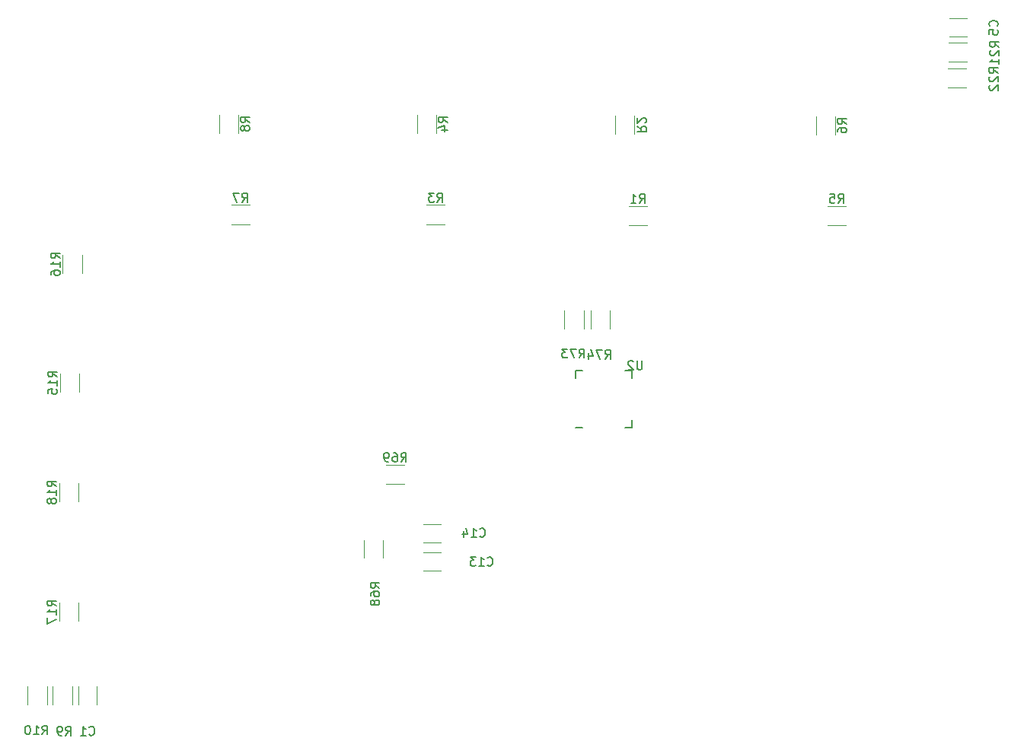
<source format=gbo>
G04 #@! TF.GenerationSoftware,KiCad,Pcbnew,(5.1.2)-2*
G04 #@! TF.CreationDate,2020-05-21T23:00:36-04:00*
G04 #@! TF.ProjectId,MidiControllerPCB,4d696469-436f-46e7-9472-6f6c6c657250,rev?*
G04 #@! TF.SameCoordinates,Original*
G04 #@! TF.FileFunction,Legend,Bot*
G04 #@! TF.FilePolarity,Positive*
%FSLAX46Y46*%
G04 Gerber Fmt 4.6, Leading zero omitted, Abs format (unit mm)*
G04 Created by KiCad (PCBNEW (5.1.2)-2) date 2020-05-21 23:00:36*
%MOMM*%
%LPD*%
G04 APERTURE LIST*
%ADD10C,0.150000*%
%ADD11C,0.120000*%
G04 APERTURE END LIST*
D10*
X167318750Y-102281250D02*
X167318750Y-101491250D01*
X161018750Y-95981250D02*
X161018750Y-96771250D01*
X167318750Y-95981250D02*
X167318750Y-96771250D01*
X161018750Y-102281250D02*
X161808750Y-102281250D01*
X161018750Y-95981250D02*
X161808750Y-95981250D01*
X167318750Y-95981250D02*
X166528750Y-95981250D01*
X167318750Y-102281250D02*
X166528750Y-102281250D01*
D11*
X164870000Y-91300000D02*
X164870000Y-89300000D01*
X162730000Y-89300000D02*
X162730000Y-91300000D01*
X161970000Y-91300000D02*
X161970000Y-89300000D01*
X159830000Y-89300000D02*
X159830000Y-91300000D01*
X140000000Y-108570000D02*
X142000000Y-108570000D01*
X142000000Y-106430000D02*
X140000000Y-106430000D01*
X137530000Y-114800000D02*
X137530000Y-116800000D01*
X139670000Y-116800000D02*
X139670000Y-114800000D01*
X202500000Y-64470000D02*
X204500000Y-64470000D01*
X204500000Y-62330000D02*
X202500000Y-62330000D01*
X204560000Y-59435000D02*
X202560000Y-59435000D01*
X202560000Y-61575000D02*
X204560000Y-61575000D01*
X105770000Y-110500000D02*
X105770000Y-108500000D01*
X103630000Y-108500000D02*
X103630000Y-110500000D01*
X105770000Y-123800000D02*
X105770000Y-121800000D01*
X103630000Y-121800000D02*
X103630000Y-123800000D01*
X106170000Y-85100000D02*
X106170000Y-83100000D01*
X104030000Y-83100000D02*
X104030000Y-85100000D01*
X105870000Y-98300000D02*
X105870000Y-96300000D01*
X103730000Y-96300000D02*
X103730000Y-98300000D01*
X100130000Y-131100000D02*
X100130000Y-133100000D01*
X102270000Y-133100000D02*
X102270000Y-131100000D01*
X105070000Y-133100000D02*
X105070000Y-131100000D01*
X102930000Y-131100000D02*
X102930000Y-133100000D01*
X123570000Y-69500000D02*
X123570000Y-67500000D01*
X121430000Y-67500000D02*
X121430000Y-69500000D01*
X122800000Y-79670000D02*
X124800000Y-79670000D01*
X124800000Y-77530000D02*
X122800000Y-77530000D01*
X187830000Y-67700000D02*
X187830000Y-69700000D01*
X189970000Y-69700000D02*
X189970000Y-67700000D01*
X189100000Y-79770000D02*
X191100000Y-79770000D01*
X191100000Y-77630000D02*
X189100000Y-77630000D01*
X143430000Y-67500000D02*
X143430000Y-69500000D01*
X145570000Y-69500000D02*
X145570000Y-67500000D01*
X144500000Y-79670000D02*
X146500000Y-79670000D01*
X146500000Y-77530000D02*
X144500000Y-77530000D01*
X165430000Y-67600000D02*
X165430000Y-69600000D01*
X167570000Y-69600000D02*
X167570000Y-67600000D01*
X167000000Y-79770000D02*
X169000000Y-79770000D01*
X169000000Y-77630000D02*
X167000000Y-77630000D01*
X144100000Y-113080000D02*
X146100000Y-113080000D01*
X146100000Y-115120000D02*
X144100000Y-115120000D01*
X144100000Y-116180000D02*
X146100000Y-116180000D01*
X146100000Y-118220000D02*
X144100000Y-118220000D01*
X204600000Y-58820000D02*
X202600000Y-58820000D01*
X202600000Y-56780000D02*
X204600000Y-56780000D01*
X105780000Y-133100000D02*
X105780000Y-131100000D01*
X107820000Y-131100000D02*
X107820000Y-133100000D01*
D10*
X168461904Y-94852380D02*
X168461904Y-95661904D01*
X168414285Y-95757142D01*
X168366666Y-95804761D01*
X168271428Y-95852380D01*
X168080952Y-95852380D01*
X167985714Y-95804761D01*
X167938095Y-95757142D01*
X167890476Y-95661904D01*
X167890476Y-94852380D01*
X167461904Y-94947619D02*
X167414285Y-94900000D01*
X167319047Y-94852380D01*
X167080952Y-94852380D01*
X166985714Y-94900000D01*
X166938095Y-94947619D01*
X166890476Y-95042857D01*
X166890476Y-95138095D01*
X166938095Y-95280952D01*
X167509523Y-95852380D01*
X166890476Y-95852380D01*
X164342857Y-94652380D02*
X164676190Y-94176190D01*
X164914285Y-94652380D02*
X164914285Y-93652380D01*
X164533333Y-93652380D01*
X164438095Y-93700000D01*
X164390476Y-93747619D01*
X164342857Y-93842857D01*
X164342857Y-93985714D01*
X164390476Y-94080952D01*
X164438095Y-94128571D01*
X164533333Y-94176190D01*
X164914285Y-94176190D01*
X164009523Y-93652380D02*
X163342857Y-93652380D01*
X163771428Y-94652380D01*
X162533333Y-93985714D02*
X162533333Y-94652380D01*
X162771428Y-93604761D02*
X163009523Y-94319047D01*
X162390476Y-94319047D01*
X161442857Y-94552380D02*
X161776190Y-94076190D01*
X162014285Y-94552380D02*
X162014285Y-93552380D01*
X161633333Y-93552380D01*
X161538095Y-93600000D01*
X161490476Y-93647619D01*
X161442857Y-93742857D01*
X161442857Y-93885714D01*
X161490476Y-93980952D01*
X161538095Y-94028571D01*
X161633333Y-94076190D01*
X162014285Y-94076190D01*
X161109523Y-93552380D02*
X160442857Y-93552380D01*
X160871428Y-94552380D01*
X160157142Y-93552380D02*
X159538095Y-93552380D01*
X159871428Y-93933333D01*
X159728571Y-93933333D01*
X159633333Y-93980952D01*
X159585714Y-94028571D01*
X159538095Y-94123809D01*
X159538095Y-94361904D01*
X159585714Y-94457142D01*
X159633333Y-94504761D01*
X159728571Y-94552380D01*
X160014285Y-94552380D01*
X160109523Y-94504761D01*
X160157142Y-94457142D01*
X141642857Y-106102380D02*
X141976190Y-105626190D01*
X142214285Y-106102380D02*
X142214285Y-105102380D01*
X141833333Y-105102380D01*
X141738095Y-105150000D01*
X141690476Y-105197619D01*
X141642857Y-105292857D01*
X141642857Y-105435714D01*
X141690476Y-105530952D01*
X141738095Y-105578571D01*
X141833333Y-105626190D01*
X142214285Y-105626190D01*
X140785714Y-105102380D02*
X140976190Y-105102380D01*
X141071428Y-105150000D01*
X141119047Y-105197619D01*
X141214285Y-105340476D01*
X141261904Y-105530952D01*
X141261904Y-105911904D01*
X141214285Y-106007142D01*
X141166666Y-106054761D01*
X141071428Y-106102380D01*
X140880952Y-106102380D01*
X140785714Y-106054761D01*
X140738095Y-106007142D01*
X140690476Y-105911904D01*
X140690476Y-105673809D01*
X140738095Y-105578571D01*
X140785714Y-105530952D01*
X140880952Y-105483333D01*
X141071428Y-105483333D01*
X141166666Y-105530952D01*
X141214285Y-105578571D01*
X141261904Y-105673809D01*
X140214285Y-106102380D02*
X140023809Y-106102380D01*
X139928571Y-106054761D01*
X139880952Y-106007142D01*
X139785714Y-105864285D01*
X139738095Y-105673809D01*
X139738095Y-105292857D01*
X139785714Y-105197619D01*
X139833333Y-105150000D01*
X139928571Y-105102380D01*
X140119047Y-105102380D01*
X140214285Y-105150000D01*
X140261904Y-105197619D01*
X140309523Y-105292857D01*
X140309523Y-105530952D01*
X140261904Y-105626190D01*
X140214285Y-105673809D01*
X140119047Y-105721428D01*
X139928571Y-105721428D01*
X139833333Y-105673809D01*
X139785714Y-105626190D01*
X139738095Y-105530952D01*
X139252380Y-120157142D02*
X138776190Y-119823809D01*
X139252380Y-119585714D02*
X138252380Y-119585714D01*
X138252380Y-119966666D01*
X138300000Y-120061904D01*
X138347619Y-120109523D01*
X138442857Y-120157142D01*
X138585714Y-120157142D01*
X138680952Y-120109523D01*
X138728571Y-120061904D01*
X138776190Y-119966666D01*
X138776190Y-119585714D01*
X138252380Y-121014285D02*
X138252380Y-120823809D01*
X138300000Y-120728571D01*
X138347619Y-120680952D01*
X138490476Y-120585714D01*
X138680952Y-120538095D01*
X139061904Y-120538095D01*
X139157142Y-120585714D01*
X139204761Y-120633333D01*
X139252380Y-120728571D01*
X139252380Y-120919047D01*
X139204761Y-121014285D01*
X139157142Y-121061904D01*
X139061904Y-121109523D01*
X138823809Y-121109523D01*
X138728571Y-121061904D01*
X138680952Y-121014285D01*
X138633333Y-120919047D01*
X138633333Y-120728571D01*
X138680952Y-120633333D01*
X138728571Y-120585714D01*
X138823809Y-120538095D01*
X138680952Y-121680952D02*
X138633333Y-121585714D01*
X138585714Y-121538095D01*
X138490476Y-121490476D01*
X138442857Y-121490476D01*
X138347619Y-121538095D01*
X138300000Y-121585714D01*
X138252380Y-121680952D01*
X138252380Y-121871428D01*
X138300000Y-121966666D01*
X138347619Y-122014285D01*
X138442857Y-122061904D01*
X138490476Y-122061904D01*
X138585714Y-122014285D01*
X138633333Y-121966666D01*
X138680952Y-121871428D01*
X138680952Y-121680952D01*
X138728571Y-121585714D01*
X138776190Y-121538095D01*
X138871428Y-121490476D01*
X139061904Y-121490476D01*
X139157142Y-121538095D01*
X139204761Y-121585714D01*
X139252380Y-121680952D01*
X139252380Y-121871428D01*
X139204761Y-121966666D01*
X139157142Y-122014285D01*
X139061904Y-122061904D01*
X138871428Y-122061904D01*
X138776190Y-122014285D01*
X138728571Y-121966666D01*
X138680952Y-121871428D01*
X208052380Y-62857142D02*
X207576190Y-62523809D01*
X208052380Y-62285714D02*
X207052380Y-62285714D01*
X207052380Y-62666666D01*
X207100000Y-62761904D01*
X207147619Y-62809523D01*
X207242857Y-62857142D01*
X207385714Y-62857142D01*
X207480952Y-62809523D01*
X207528571Y-62761904D01*
X207576190Y-62666666D01*
X207576190Y-62285714D01*
X207147619Y-63238095D02*
X207100000Y-63285714D01*
X207052380Y-63380952D01*
X207052380Y-63619047D01*
X207100000Y-63714285D01*
X207147619Y-63761904D01*
X207242857Y-63809523D01*
X207338095Y-63809523D01*
X207480952Y-63761904D01*
X208052380Y-63190476D01*
X208052380Y-63809523D01*
X207147619Y-64190476D02*
X207100000Y-64238095D01*
X207052380Y-64333333D01*
X207052380Y-64571428D01*
X207100000Y-64666666D01*
X207147619Y-64714285D01*
X207242857Y-64761904D01*
X207338095Y-64761904D01*
X207480952Y-64714285D01*
X208052380Y-64142857D01*
X208052380Y-64761904D01*
X208152380Y-59957142D02*
X207676190Y-59623809D01*
X208152380Y-59385714D02*
X207152380Y-59385714D01*
X207152380Y-59766666D01*
X207200000Y-59861904D01*
X207247619Y-59909523D01*
X207342857Y-59957142D01*
X207485714Y-59957142D01*
X207580952Y-59909523D01*
X207628571Y-59861904D01*
X207676190Y-59766666D01*
X207676190Y-59385714D01*
X207247619Y-60338095D02*
X207200000Y-60385714D01*
X207152380Y-60480952D01*
X207152380Y-60719047D01*
X207200000Y-60814285D01*
X207247619Y-60861904D01*
X207342857Y-60909523D01*
X207438095Y-60909523D01*
X207580952Y-60861904D01*
X208152380Y-60290476D01*
X208152380Y-60909523D01*
X208152380Y-61861904D02*
X208152380Y-61290476D01*
X208152380Y-61576190D02*
X207152380Y-61576190D01*
X207295238Y-61480952D01*
X207390476Y-61385714D01*
X207438095Y-61290476D01*
X103302380Y-108857142D02*
X102826190Y-108523809D01*
X103302380Y-108285714D02*
X102302380Y-108285714D01*
X102302380Y-108666666D01*
X102350000Y-108761904D01*
X102397619Y-108809523D01*
X102492857Y-108857142D01*
X102635714Y-108857142D01*
X102730952Y-108809523D01*
X102778571Y-108761904D01*
X102826190Y-108666666D01*
X102826190Y-108285714D01*
X103302380Y-109809523D02*
X103302380Y-109238095D01*
X103302380Y-109523809D02*
X102302380Y-109523809D01*
X102445238Y-109428571D01*
X102540476Y-109333333D01*
X102588095Y-109238095D01*
X102730952Y-110380952D02*
X102683333Y-110285714D01*
X102635714Y-110238095D01*
X102540476Y-110190476D01*
X102492857Y-110190476D01*
X102397619Y-110238095D01*
X102350000Y-110285714D01*
X102302380Y-110380952D01*
X102302380Y-110571428D01*
X102350000Y-110666666D01*
X102397619Y-110714285D01*
X102492857Y-110761904D01*
X102540476Y-110761904D01*
X102635714Y-110714285D01*
X102683333Y-110666666D01*
X102730952Y-110571428D01*
X102730952Y-110380952D01*
X102778571Y-110285714D01*
X102826190Y-110238095D01*
X102921428Y-110190476D01*
X103111904Y-110190476D01*
X103207142Y-110238095D01*
X103254761Y-110285714D01*
X103302380Y-110380952D01*
X103302380Y-110571428D01*
X103254761Y-110666666D01*
X103207142Y-110714285D01*
X103111904Y-110761904D01*
X102921428Y-110761904D01*
X102826190Y-110714285D01*
X102778571Y-110666666D01*
X102730952Y-110571428D01*
X103302380Y-122157142D02*
X102826190Y-121823809D01*
X103302380Y-121585714D02*
X102302380Y-121585714D01*
X102302380Y-121966666D01*
X102350000Y-122061904D01*
X102397619Y-122109523D01*
X102492857Y-122157142D01*
X102635714Y-122157142D01*
X102730952Y-122109523D01*
X102778571Y-122061904D01*
X102826190Y-121966666D01*
X102826190Y-121585714D01*
X103302380Y-123109523D02*
X103302380Y-122538095D01*
X103302380Y-122823809D02*
X102302380Y-122823809D01*
X102445238Y-122728571D01*
X102540476Y-122633333D01*
X102588095Y-122538095D01*
X102302380Y-123442857D02*
X102302380Y-124109523D01*
X103302380Y-123680952D01*
X103702380Y-83457142D02*
X103226190Y-83123809D01*
X103702380Y-82885714D02*
X102702380Y-82885714D01*
X102702380Y-83266666D01*
X102750000Y-83361904D01*
X102797619Y-83409523D01*
X102892857Y-83457142D01*
X103035714Y-83457142D01*
X103130952Y-83409523D01*
X103178571Y-83361904D01*
X103226190Y-83266666D01*
X103226190Y-82885714D01*
X103702380Y-84409523D02*
X103702380Y-83838095D01*
X103702380Y-84123809D02*
X102702380Y-84123809D01*
X102845238Y-84028571D01*
X102940476Y-83933333D01*
X102988095Y-83838095D01*
X102702380Y-85266666D02*
X102702380Y-85076190D01*
X102750000Y-84980952D01*
X102797619Y-84933333D01*
X102940476Y-84838095D01*
X103130952Y-84790476D01*
X103511904Y-84790476D01*
X103607142Y-84838095D01*
X103654761Y-84885714D01*
X103702380Y-84980952D01*
X103702380Y-85171428D01*
X103654761Y-85266666D01*
X103607142Y-85314285D01*
X103511904Y-85361904D01*
X103273809Y-85361904D01*
X103178571Y-85314285D01*
X103130952Y-85266666D01*
X103083333Y-85171428D01*
X103083333Y-84980952D01*
X103130952Y-84885714D01*
X103178571Y-84838095D01*
X103273809Y-84790476D01*
X103402380Y-96657142D02*
X102926190Y-96323809D01*
X103402380Y-96085714D02*
X102402380Y-96085714D01*
X102402380Y-96466666D01*
X102450000Y-96561904D01*
X102497619Y-96609523D01*
X102592857Y-96657142D01*
X102735714Y-96657142D01*
X102830952Y-96609523D01*
X102878571Y-96561904D01*
X102926190Y-96466666D01*
X102926190Y-96085714D01*
X103402380Y-97609523D02*
X103402380Y-97038095D01*
X103402380Y-97323809D02*
X102402380Y-97323809D01*
X102545238Y-97228571D01*
X102640476Y-97133333D01*
X102688095Y-97038095D01*
X102402380Y-98514285D02*
X102402380Y-98038095D01*
X102878571Y-97990476D01*
X102830952Y-98038095D01*
X102783333Y-98133333D01*
X102783333Y-98371428D01*
X102830952Y-98466666D01*
X102878571Y-98514285D01*
X102973809Y-98561904D01*
X103211904Y-98561904D01*
X103307142Y-98514285D01*
X103354761Y-98466666D01*
X103402380Y-98371428D01*
X103402380Y-98133333D01*
X103354761Y-98038095D01*
X103307142Y-97990476D01*
X101742857Y-136452380D02*
X102076190Y-135976190D01*
X102314285Y-136452380D02*
X102314285Y-135452380D01*
X101933333Y-135452380D01*
X101838095Y-135500000D01*
X101790476Y-135547619D01*
X101742857Y-135642857D01*
X101742857Y-135785714D01*
X101790476Y-135880952D01*
X101838095Y-135928571D01*
X101933333Y-135976190D01*
X102314285Y-135976190D01*
X100790476Y-136452380D02*
X101361904Y-136452380D01*
X101076190Y-136452380D02*
X101076190Y-135452380D01*
X101171428Y-135595238D01*
X101266666Y-135690476D01*
X101361904Y-135738095D01*
X100171428Y-135452380D02*
X100076190Y-135452380D01*
X99980952Y-135500000D01*
X99933333Y-135547619D01*
X99885714Y-135642857D01*
X99838095Y-135833333D01*
X99838095Y-136071428D01*
X99885714Y-136261904D01*
X99933333Y-136357142D01*
X99980952Y-136404761D01*
X100076190Y-136452380D01*
X100171428Y-136452380D01*
X100266666Y-136404761D01*
X100314285Y-136357142D01*
X100361904Y-136261904D01*
X100409523Y-136071428D01*
X100409523Y-135833333D01*
X100361904Y-135642857D01*
X100314285Y-135547619D01*
X100266666Y-135500000D01*
X100171428Y-135452380D01*
X104366666Y-136552380D02*
X104700000Y-136076190D01*
X104938095Y-136552380D02*
X104938095Y-135552380D01*
X104557142Y-135552380D01*
X104461904Y-135600000D01*
X104414285Y-135647619D01*
X104366666Y-135742857D01*
X104366666Y-135885714D01*
X104414285Y-135980952D01*
X104461904Y-136028571D01*
X104557142Y-136076190D01*
X104938095Y-136076190D01*
X103890476Y-136552380D02*
X103700000Y-136552380D01*
X103604761Y-136504761D01*
X103557142Y-136457142D01*
X103461904Y-136314285D01*
X103414285Y-136123809D01*
X103414285Y-135742857D01*
X103461904Y-135647619D01*
X103509523Y-135600000D01*
X103604761Y-135552380D01*
X103795238Y-135552380D01*
X103890476Y-135600000D01*
X103938095Y-135647619D01*
X103985714Y-135742857D01*
X103985714Y-135980952D01*
X103938095Y-136076190D01*
X103890476Y-136123809D01*
X103795238Y-136171428D01*
X103604761Y-136171428D01*
X103509523Y-136123809D01*
X103461904Y-136076190D01*
X103414285Y-135980952D01*
X124802380Y-68333333D02*
X124326190Y-68000000D01*
X124802380Y-67761904D02*
X123802380Y-67761904D01*
X123802380Y-68142857D01*
X123850000Y-68238095D01*
X123897619Y-68285714D01*
X123992857Y-68333333D01*
X124135714Y-68333333D01*
X124230952Y-68285714D01*
X124278571Y-68238095D01*
X124326190Y-68142857D01*
X124326190Y-67761904D01*
X124230952Y-68904761D02*
X124183333Y-68809523D01*
X124135714Y-68761904D01*
X124040476Y-68714285D01*
X123992857Y-68714285D01*
X123897619Y-68761904D01*
X123850000Y-68809523D01*
X123802380Y-68904761D01*
X123802380Y-69095238D01*
X123850000Y-69190476D01*
X123897619Y-69238095D01*
X123992857Y-69285714D01*
X124040476Y-69285714D01*
X124135714Y-69238095D01*
X124183333Y-69190476D01*
X124230952Y-69095238D01*
X124230952Y-68904761D01*
X124278571Y-68809523D01*
X124326190Y-68761904D01*
X124421428Y-68714285D01*
X124611904Y-68714285D01*
X124707142Y-68761904D01*
X124754761Y-68809523D01*
X124802380Y-68904761D01*
X124802380Y-69095238D01*
X124754761Y-69190476D01*
X124707142Y-69238095D01*
X124611904Y-69285714D01*
X124421428Y-69285714D01*
X124326190Y-69238095D01*
X124278571Y-69190476D01*
X124230952Y-69095238D01*
X123966666Y-77202380D02*
X124300000Y-76726190D01*
X124538095Y-77202380D02*
X124538095Y-76202380D01*
X124157142Y-76202380D01*
X124061904Y-76250000D01*
X124014285Y-76297619D01*
X123966666Y-76392857D01*
X123966666Y-76535714D01*
X124014285Y-76630952D01*
X124061904Y-76678571D01*
X124157142Y-76726190D01*
X124538095Y-76726190D01*
X123633333Y-76202380D02*
X122966666Y-76202380D01*
X123395238Y-77202380D01*
X191202380Y-68533333D02*
X190726190Y-68200000D01*
X191202380Y-67961904D02*
X190202380Y-67961904D01*
X190202380Y-68342857D01*
X190250000Y-68438095D01*
X190297619Y-68485714D01*
X190392857Y-68533333D01*
X190535714Y-68533333D01*
X190630952Y-68485714D01*
X190678571Y-68438095D01*
X190726190Y-68342857D01*
X190726190Y-67961904D01*
X190202380Y-69390476D02*
X190202380Y-69200000D01*
X190250000Y-69104761D01*
X190297619Y-69057142D01*
X190440476Y-68961904D01*
X190630952Y-68914285D01*
X191011904Y-68914285D01*
X191107142Y-68961904D01*
X191154761Y-69009523D01*
X191202380Y-69104761D01*
X191202380Y-69295238D01*
X191154761Y-69390476D01*
X191107142Y-69438095D01*
X191011904Y-69485714D01*
X190773809Y-69485714D01*
X190678571Y-69438095D01*
X190630952Y-69390476D01*
X190583333Y-69295238D01*
X190583333Y-69104761D01*
X190630952Y-69009523D01*
X190678571Y-68961904D01*
X190773809Y-68914285D01*
X190266666Y-77302380D02*
X190600000Y-76826190D01*
X190838095Y-77302380D02*
X190838095Y-76302380D01*
X190457142Y-76302380D01*
X190361904Y-76350000D01*
X190314285Y-76397619D01*
X190266666Y-76492857D01*
X190266666Y-76635714D01*
X190314285Y-76730952D01*
X190361904Y-76778571D01*
X190457142Y-76826190D01*
X190838095Y-76826190D01*
X189361904Y-76302380D02*
X189838095Y-76302380D01*
X189885714Y-76778571D01*
X189838095Y-76730952D01*
X189742857Y-76683333D01*
X189504761Y-76683333D01*
X189409523Y-76730952D01*
X189361904Y-76778571D01*
X189314285Y-76873809D01*
X189314285Y-77111904D01*
X189361904Y-77207142D01*
X189409523Y-77254761D01*
X189504761Y-77302380D01*
X189742857Y-77302380D01*
X189838095Y-77254761D01*
X189885714Y-77207142D01*
X146802380Y-68333333D02*
X146326190Y-68000000D01*
X146802380Y-67761904D02*
X145802380Y-67761904D01*
X145802380Y-68142857D01*
X145850000Y-68238095D01*
X145897619Y-68285714D01*
X145992857Y-68333333D01*
X146135714Y-68333333D01*
X146230952Y-68285714D01*
X146278571Y-68238095D01*
X146326190Y-68142857D01*
X146326190Y-67761904D01*
X146135714Y-69190476D02*
X146802380Y-69190476D01*
X145754761Y-68952380D02*
X146469047Y-68714285D01*
X146469047Y-69333333D01*
X145666666Y-77202380D02*
X146000000Y-76726190D01*
X146238095Y-77202380D02*
X146238095Y-76202380D01*
X145857142Y-76202380D01*
X145761904Y-76250000D01*
X145714285Y-76297619D01*
X145666666Y-76392857D01*
X145666666Y-76535714D01*
X145714285Y-76630952D01*
X145761904Y-76678571D01*
X145857142Y-76726190D01*
X146238095Y-76726190D01*
X145333333Y-76202380D02*
X144714285Y-76202380D01*
X145047619Y-76583333D01*
X144904761Y-76583333D01*
X144809523Y-76630952D01*
X144761904Y-76678571D01*
X144714285Y-76773809D01*
X144714285Y-77011904D01*
X144761904Y-77107142D01*
X144809523Y-77154761D01*
X144904761Y-77202380D01*
X145190476Y-77202380D01*
X145285714Y-77154761D01*
X145333333Y-77107142D01*
X167897619Y-68766666D02*
X168373809Y-69100000D01*
X167897619Y-69338095D02*
X168897619Y-69338095D01*
X168897619Y-68957142D01*
X168850000Y-68861904D01*
X168802380Y-68814285D01*
X168707142Y-68766666D01*
X168564285Y-68766666D01*
X168469047Y-68814285D01*
X168421428Y-68861904D01*
X168373809Y-68957142D01*
X168373809Y-69338095D01*
X168802380Y-68385714D02*
X168850000Y-68338095D01*
X168897619Y-68242857D01*
X168897619Y-68004761D01*
X168850000Y-67909523D01*
X168802380Y-67861904D01*
X168707142Y-67814285D01*
X168611904Y-67814285D01*
X168469047Y-67861904D01*
X167897619Y-68433333D01*
X167897619Y-67814285D01*
X168166666Y-77302380D02*
X168500000Y-76826190D01*
X168738095Y-77302380D02*
X168738095Y-76302380D01*
X168357142Y-76302380D01*
X168261904Y-76350000D01*
X168214285Y-76397619D01*
X168166666Y-76492857D01*
X168166666Y-76635714D01*
X168214285Y-76730952D01*
X168261904Y-76778571D01*
X168357142Y-76826190D01*
X168738095Y-76826190D01*
X167214285Y-77302380D02*
X167785714Y-77302380D01*
X167500000Y-77302380D02*
X167500000Y-76302380D01*
X167595238Y-76445238D01*
X167690476Y-76540476D01*
X167785714Y-76588095D01*
X150402857Y-114397142D02*
X150450476Y-114444761D01*
X150593333Y-114492380D01*
X150688571Y-114492380D01*
X150831428Y-114444761D01*
X150926666Y-114349523D01*
X150974285Y-114254285D01*
X151021904Y-114063809D01*
X151021904Y-113920952D01*
X150974285Y-113730476D01*
X150926666Y-113635238D01*
X150831428Y-113540000D01*
X150688571Y-113492380D01*
X150593333Y-113492380D01*
X150450476Y-113540000D01*
X150402857Y-113587619D01*
X149450476Y-114492380D02*
X150021904Y-114492380D01*
X149736190Y-114492380D02*
X149736190Y-113492380D01*
X149831428Y-113635238D01*
X149926666Y-113730476D01*
X150021904Y-113778095D01*
X148593333Y-113825714D02*
X148593333Y-114492380D01*
X148831428Y-113444761D02*
X149069523Y-114159047D01*
X148450476Y-114159047D01*
X151252857Y-117597142D02*
X151300476Y-117644761D01*
X151443333Y-117692380D01*
X151538571Y-117692380D01*
X151681428Y-117644761D01*
X151776666Y-117549523D01*
X151824285Y-117454285D01*
X151871904Y-117263809D01*
X151871904Y-117120952D01*
X151824285Y-116930476D01*
X151776666Y-116835238D01*
X151681428Y-116740000D01*
X151538571Y-116692380D01*
X151443333Y-116692380D01*
X151300476Y-116740000D01*
X151252857Y-116787619D01*
X150300476Y-117692380D02*
X150871904Y-117692380D01*
X150586190Y-117692380D02*
X150586190Y-116692380D01*
X150681428Y-116835238D01*
X150776666Y-116930476D01*
X150871904Y-116978095D01*
X149967142Y-116692380D02*
X149348095Y-116692380D01*
X149681428Y-117073333D01*
X149538571Y-117073333D01*
X149443333Y-117120952D01*
X149395714Y-117168571D01*
X149348095Y-117263809D01*
X149348095Y-117501904D01*
X149395714Y-117597142D01*
X149443333Y-117644761D01*
X149538571Y-117692380D01*
X149824285Y-117692380D01*
X149919523Y-117644761D01*
X149967142Y-117597142D01*
X207957142Y-57633333D02*
X208004761Y-57585714D01*
X208052380Y-57442857D01*
X208052380Y-57347619D01*
X208004761Y-57204761D01*
X207909523Y-57109523D01*
X207814285Y-57061904D01*
X207623809Y-57014285D01*
X207480952Y-57014285D01*
X207290476Y-57061904D01*
X207195238Y-57109523D01*
X207100000Y-57204761D01*
X207052380Y-57347619D01*
X207052380Y-57442857D01*
X207100000Y-57585714D01*
X207147619Y-57633333D01*
X207052380Y-58538095D02*
X207052380Y-58061904D01*
X207528571Y-58014285D01*
X207480952Y-58061904D01*
X207433333Y-58157142D01*
X207433333Y-58395238D01*
X207480952Y-58490476D01*
X207528571Y-58538095D01*
X207623809Y-58585714D01*
X207861904Y-58585714D01*
X207957142Y-58538095D01*
X208004761Y-58490476D01*
X208052380Y-58395238D01*
X208052380Y-58157142D01*
X208004761Y-58061904D01*
X207957142Y-58014285D01*
X106966666Y-136457142D02*
X107014285Y-136504761D01*
X107157142Y-136552380D01*
X107252380Y-136552380D01*
X107395238Y-136504761D01*
X107490476Y-136409523D01*
X107538095Y-136314285D01*
X107585714Y-136123809D01*
X107585714Y-135980952D01*
X107538095Y-135790476D01*
X107490476Y-135695238D01*
X107395238Y-135600000D01*
X107252380Y-135552380D01*
X107157142Y-135552380D01*
X107014285Y-135600000D01*
X106966666Y-135647619D01*
X106014285Y-136552380D02*
X106585714Y-136552380D01*
X106300000Y-136552380D02*
X106300000Y-135552380D01*
X106395238Y-135695238D01*
X106490476Y-135790476D01*
X106585714Y-135838095D01*
M02*

</source>
